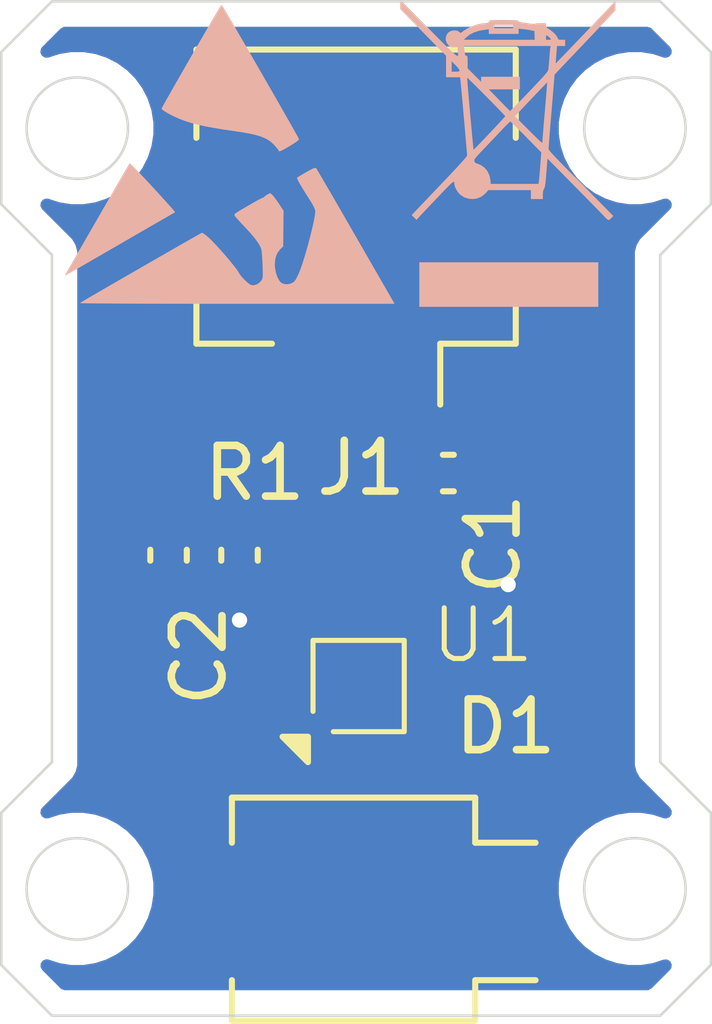
<source format=kicad_pcb>
(kicad_pcb (version 20241229) (generator "pcbnew") (generator_version "9.0")
  (layers (0 "F.Cu" signal) (2 "B.Cu" signal) (13 "F.Paste" user) (15 "B.Paste" user) (5 "F.SilkS" user "F.Silkscreen") (7 "B.SilkS" user "B.Silkscreen") (1 "F.Mask" user) (3 "B.Mask" user) (25 "Edge.Cuts" user))
  (net 0 "")
  (net 1 "GND")
  (net 2 "VCC")
  (net 3 "Net-(U1-AVDD)")
  (net 4 "Net-(D1-A)")
  (net 5 "Net-(D1-K)")
  (net 6 "Net-(U1-RBIAS)")
  (net 7 "DATE_D")
  (net 8 "DATE_E")
  (footprint "Capacitor_SMD:C_0402_1005Metric" (layer "F.Cu") (at 51.7 50.42 -90)
    (property "Reference" "R1" (at -1.62 -0.3 180) (layer "F.SilkS"))
    (property "Value" "15k" (hide yes))
    (fp_line (start -0.107836 0.36) (end 0.107836 0.36) (stroke (width 0.12)) (layer "F.SilkS"))
    (fp_line (start -0.107836 -0.36) (end 0.107836 -0.36) (stroke (width 0.12)) (layer "F.SilkS"))
    (pad "1" smd roundrect (at -0.48 0 270) (size 0.56 0.62) (layers "F.Cu" "F.Mask" "F.Paste") (net 6 "Net-(U1-RBIAS)"))
    (pad "2" smd roundrect (at 0.48 0 270) (size 0.56 0.62) (layers "F.Cu" "F.Mask" "F.Paste") (net 1 "GND"))
  )
  (footprint "OptoDevice:Osram_BPW34S-SMD" (layer "F.Cu") (at 53.95 57.4 180)
    (property "Reference" "D1" (at -3 3.6 0) (layer "F.SilkS"))
    (property "Value" "BPW34-SMD" (hide yes))
    (fp_line (start 2.4 2.2) (end 2.4 1.31) (stroke (width 0.12)) (layer "F.SilkS"))
    (fp_line (start 2.4 -1.4) (end 2.4 -2.2) (stroke (width 0.12)) (layer "F.SilkS"))
    (fp_line (start 2.4 -2.2) (end -2.4 -2.2) (stroke (width 0.12)) (layer "F.SilkS"))
    (fp_line (start -2.4 2.2) (end 2.4 2.2) (stroke (width 0.12)) (layer "F.SilkS"))
    (fp_line (start -2.4 1.31) (end -2.4 2.2) (stroke (width 0.12)) (layer "F.SilkS"))
    (fp_line (start -2.4 -2.2) (end -2.4 -1.4) (stroke (width 0.12)) (layer "F.SilkS"))
    (fp_line (start -2.41 -1.4) (end -3.59 -1.4) (stroke (width 0.12)) (layer "F.SilkS"))
    (fp_line (start -3.59 1.31) (end -2.4 1.31) (stroke (width 0.12)) (layer "F.SilkS"))
    (pad "1" smd roundrect (at -3.05 0) (size 1.4 2) (layers "F.Cu" "F.Mask") (roundrect_rratio 0.125) (net 5 "Net-(D1-K)"))
    (pad "2" smd roundrect (at 3.05 0) (size 1.4 1.2) (layers "F.Cu" "F.Mask") (roundrect_rratio 0.125) (net 4 "Net-(D1-A)"))
  )
  (footprint "Capacitor_SMD:C_0402_1005Metric" (layer "F.Cu") (at 50.3 50.42 90)
    (property "Reference" "C2" (at -1.98 0.6 90) (layer "F.SilkS"))
    (property "Value" "1uf" (hide yes))
    (fp_line (start -0.107836 -0.36) (end 0.107836 -0.36) (stroke (width 0.12)) (layer "F.SilkS"))
    (fp_line (start -0.107836 0.36) (end 0.107836 0.36) (stroke (width 0.12)) (layer "F.SilkS"))
    (pad "1" smd roundrect (at -0.48 0 90) (size 0.56 0.62) (layers "F.Cu" "F.Mask" "F.Paste") (net 3 "Net-(U1-AVDD)"))
    (pad "2" smd roundrect (at 0.48 0 90) (size 0.56 0.62) (layers "F.Cu" "F.Mask" "F.Paste") (net 1 "GND"))
  )
  (footprint "Capacitor_SMD:C_0402_1005Metric" (layer "F.Cu") (at 55.82 48.8)
    (property "Reference" "C1" (at 0.88 1.4 90) (layer "F.SilkS"))
    (property "Value" "100nf" (hide yes))
    (fp_line (start -0.107836 -0.36) (end 0.107836 -0.36) (stroke (width 0.12)) (layer "F.SilkS"))
    (fp_line (start -0.107836 0.36) (end 0.107836 0.36) (stroke (width 0.12)) (layer "F.SilkS"))
    (pad "1" smd roundrect (at -0.48 0) (size 0.56 0.62) (layers "F.Cu" "F.Mask" "F.Paste") (net 2 "VCC"))
    (pad "2" smd roundrect (at 0.48 0) (size 0.56 0.62) (layers "F.Cu" "F.Mask" "F.Paste") (net 1 "GND"))
  )
  (footprint "Package_CSP-USER:WLCSP-9_3x3_B1.66x1.66mm_P0.5mm" (layer "F.Cu") (at 54.05 53)
    (property "Reference" "U1" (at 2.45 -1 0) (layer "F.SilkS") (effects (font (thickness 0.1))))
    (property "Value" "~")
    (fp_line (start -0.9 -0.9) (end -0.9 0.5) (stroke (width 0.1)) (layer "F.SilkS"))
    (fp_line (start -0.5 0.9) (end 0.9 0.9) (stroke (width 0.1)) (layer "F.SilkS"))
    (fp_line (start 0.9 -0.9) (end -0.9 -0.9) (stroke (width 0.1)) (layer "F.SilkS"))
    (fp_line (start 0.9 0.9) (end 0.9 -0.9) (stroke (width 0.1)) (layer "F.SilkS"))
    (fp_poly (pts (xy -1 1) (xy -1 1.5) (xy -1.5 1) (xy -1 1)) (stroke (width 0.12)) (fill yes) (layer "F.SilkS"))
    (pad "1" smd circle (at -0.5 0.5) (size 0.2 0.2) (layers "F.Cu" "F.Paste") (net 3 "Net-(U1-AVDD)") (padstack (mode custom) (layer "B.Cu" (shape circle) (size 0.25 0.25))))
    (pad "2" smd circle (at 0 0.5) (size 0.2 0.2) (layers "F.Cu" "F.Paste") (net 4 "Net-(D1-A)") (padstack (mode custom) (layer "B.Cu" (shape circle) (size 0.25 0.25))))
    (pad "3" smd circle (at 0.5 0.5) (size 0.2 0.2) (layers "F.Cu" "F.Paste") (net 5 "Net-(D1-K)") (padstack (mode custom) (layer "B.Cu" (shape circle) (size 0.25 0.25))))
    (pad "4" smd circle (at -0.5 0) (size 0.2 0.2) (layers "F.Cu" "F.Paste") (net 6 "Net-(U1-RBIAS)") (padstack (mode custom) (layer "B.Cu" (shape circle) (size 0.25 0.25))))
    (pad "5" smd circle (at 0 0) (size 0.2 0.2) (layers "F.Cu" "F.Paste") (net 1 "GND") (padstack (mode custom) (layer "B.Cu" (shape circle) (size 0.25 0.25))))
    (pad "6" smd circle (at 0.5 0) (size 0.2 0.2) (layers "F.Cu" "F.Paste") (net 1 "GND") (padstack (mode custom) (layer "B.Cu" (shape circle) (size 0.25 0.25))))
    (pad "7" smd circle (at -0.5 -0.5) (size 0.2 0.2) (layers "F.Cu" "F.Paste") (net 8 "DATE_E") (padstack (mode custom) (layer "B.Cu" (shape circle) (size 0.25 0.25))))
    (pad "8" smd circle (at 0 -0.5) (size 0.2 0.2) (layers "F.Cu" "F.Paste") (net 7 "DATE_D") (padstack (mode custom) (layer "B.Cu" (shape circle) (size 0.25 0.25))))
    (pad "9" smd circle (at 0.5 -0.5) (size 0.2 0.2) (layers "F.Cu" "F.Paste") (net 2 "VCC") (padstack (mode custom) (layer "B.Cu" (shape circle) (size 0.25 0.25))))
  )
  (footprint "Connector_FFC-FPC:Hirose_FH12-6S-0.5SH_1x06-1MP_P0.50mm_Horizontal" (layer "F.Cu") (at 54 44.95 180)
    (property "Reference" "J1" (at -0.1 -3.75 0) (layer "F.SilkS"))
    (property "Value" "Conn_01x06_Socket" (hide yes))
    (fp_line (start 3.15 4.5) (end 3.15 2.76) (stroke (width 0.12)) (layer "F.SilkS"))
    (fp_line (start 3.15 -1.3) (end 3.15 0.04) (stroke (width 0.12)) (layer "F.SilkS"))
    (fp_line (start 1.66 -1.3) (end 3.15 -1.3) (stroke (width 0.12)) (layer "F.SilkS"))
    (fp_line (start -1.66 -1.3) (end -1.66 -2.5) (stroke (width 0.12)) (layer "F.SilkS"))
    (fp_line (start -1.66 -1.3) (end -3.15 -1.3) (stroke (width 0.12)) (layer "F.SilkS"))
    (fp_line (start -3.15 4.5) (end 3.15 4.5) (stroke (width 0.12)) (layer "F.SilkS"))
    (fp_line (start -3.15 2.76) (end -3.15 4.5) (stroke (width 0.12)) (layer "F.SilkS"))
    (fp_line (start -3.15 -1.3) (end -3.15 0.04) (stroke (width 0.12)) (layer "F.SilkS"))
    (pad "1" smd rect (at -1.25 -1.85 180) (size 0.3 1.3) (layers "F.Cu" "F.Mask" "F.Paste") (net 2 "VCC"))
    (pad "2" smd rect (at -0.75 -1.85 180) (size 0.3 1.3) (layers "F.Cu" "F.Mask" "F.Paste") (net 2 "VCC"))
    (pad "3" smd rect (at -0.25 -1.85 180) (size 0.3 1.3) (layers "F.Cu" "F.Mask" "F.Paste") (net 7 "DATE_D"))
    (pad "4" smd rect (at 0.25 -1.85 180) (size 0.3 1.3) (layers "F.Cu" "F.Mask" "F.Paste") (net 1 "GND"))
    (pad "5" smd rect (at 0.75 -1.85 180) (size 0.3 1.3) (layers "F.Cu" "F.Mask" "F.Paste") (net 8 "DATE_E"))
    (pad "6" smd rect (at 1.25 -1.85 180) (size 0.3 1.3) (layers "F.Cu" "F.Mask" "F.Paste") (net 1 "GND"))
    (pad "MP" smd rect (at -3.15 1.4 180) (size 1.8 2.2) (layers "F.Cu" "F.Mask" "F.Paste"))
    (pad "MP" smd rect (at 3.15 1.4 180) (size 1.8 2.2) (layers "F.Cu" "F.Mask" "F.Paste"))
  )
  (footprint "Symbol:ESD-Logo_6.6x6mm_SilkScreen" (layer "B.Cu") (at 51.5 42.5 180)
    (property "Reference" "REF**" (hide yes))
    (property "Value" "ESD-Logo_6.6x6mm_SilkScreen" (hide yes))
    (fp_poly (pts (xy 1.987528 -0.234619) (xy 1.998908 -0.253693) (xy 2.024488 -0.297421) (xy 2.063002 -0.363619) (xy 2.113186 -0.450102) (xy 2.173775 -0.554685) (xy 2.243503 -0.675183) (xy 2.321107 -0.809412) (xy 2.40532 -0.955187) (xy 2.494879 -1.110323) (xy 2.586998 -1.27) (xy 2.681076 -1.433117) (xy 2.771402 -1.589709) (xy 2.856665 -1.737506) (xy 2.935557 -1.87424) (xy 3.006769 -1.997642) (xy 3.068991 -2.105444) (xy 3.120913 -2.195377) (xy 3.161228 -2.265173) (xy 3.188624 -2.312564) (xy 3.201507 -2.334786) (xy 3.222507 -2.37233) (xy 3.233925 -2.395831) (xy 3.234551 -2.39992) (xy 3.220636 -2.392242) (xy 3.181941 -2.370203) (xy 3.120487 -2.334971) (xy 3.038298 -2.287711) (xy 2.937396 -2.229589) (xy 2.819805 -2.161771) (xy 2.687546 -2.085424) (xy 2.542642 -2.001714) (xy 2.387117 -1.911806) (xy 2.222992 -1.816867) (xy 2.160549 -1.780732) (xy 1.993487 -1.684083) (xy 1.834074 -1.591938) (xy 1.684355 -1.505475) (xy 1.546376 -1.425871) (xy 1.422185 -1.354305) (xy 1.313827 -1.291955) (xy 1.223348 -1.239998) (xy 1.152796 -1.199613) (xy 1.104215 -1.171978) (xy 1.079654 -1.158272) (xy 1.077085 -1.156974) (xy 1.084569 -1.14522) (xy 1.110614 -1.113795) (xy 1.152559 -1.065594) (xy 1.207746 -1.00351) (xy 1.273517 -0.930439) (xy 1.347212 -0.849276) (xy 1.426173 -0.762916) (xy 1.50774 -0.674253) (xy 1.589254 -0.586182) (xy 1.668057 -0.501599) (xy 1.74149 -0.423397) (xy 1.806893 -0.354472) (xy 1.861608 -0.297719) (xy 1.902977 -0.256032) (xy 1.917164 -0.242363) (xy 1.96418 -0.198201) (xy 1.987528 -0.234619)) (stroke (width 0.01)) (fill yes) (layer "B.SilkS"))
    (fp_poly (pts (xy 0.164043 2.914165) (xy 0.187065 2.876755) (xy 0.222534 2.817486) (xy 0.268996 2.738882) (xy 0.324996 2.643462) (xy 0.389081 2.53375) (xy 0.459796 2.412266) (xy 0.535687 2.281532) (xy 0.615299 2.14407) (xy 0.697178 2.002402) (xy 0.77987 1.859049) (xy 0.861921 1.716533) (xy 0.941876 1.577376) (xy 1.018281 1.444099) (xy 1.089682 1.319224) (xy 1.154624 1.205273) (xy 1.211653 1.104767) (xy 1.259315 1.020228) (xy 1.296155 0.954178) (xy 1.32072 0.909138) (xy 1.331554 0.88763) (xy 1.331951 0.886286) (xy 1.318501 0.868035) (xy 1.281114 0.840118) (xy 1.224235 0.805275) (xy 1.152312 0.766246) (xy 1.077015 0.729157) (xy 0.97456 0.684183) (xy 0.866817 0.643774) (xy 0.750073 0.607031) (xy 0.620618 0.573058) (xy 0.47474 0.540956) (xy 0.308726 0.509827) (xy 0.118866 0.478773) (xy -0.077531 0.449855) (xy -0.248166 0.4242) (xy -0.391455 0.398802) (xy -0.510992 0.372398) (xy -0.61037 0.343727) (xy -0.693182 0.311527) (xy -0.763022 0.274535) (xy -0.823482 0.231488) (xy -0.878155 0.181125) (xy -0.895786 0.162417) (xy -0.934 0.118861) (xy -0.962268 0.083318) (xy -0.975382 0.062417) (xy -0.975732 0.060703) (xy -0.98032 0.050194) (xy -0.996242 0.050076) (xy -1.026734 0.061746) (xy -1.075032 0.086604) (xy -1.144373 0.126048) (xy -1.192561 0.154413) (xy -1.264417 0.198753) (xy -1.320258 0.236721) (xy -1.356333 0.265584) (xy -1.368887 0.282612) (xy -1.368879 0.282736) (xy -1.361094 0.298963) (xy -1.339108 0.3396) (xy -1.304197 0.402433) (xy -1.257637 0.485248) (xy -1.200705 0.585828) (xy -1.134677 0.70196) (xy -1.060828 0.831429) (xy -0.980436 0.97202) (xy -0.894776 1.121518) (xy -0.805124 1.277708) (xy -0.712757 1.438376) (xy -0.618951 1.601307) (xy -0.524982 1.764287) (xy -0.432126 1.9251) (xy -0.34166 2.081532) (xy -0.254859 2.231367) (xy -0.173 2.372392) (xy -0.097359 2.502391) (xy -0.029213 2.619151) (xy 0.030163 2.720455) (xy 0.079493 2.804089) (xy 0.1175 2.867838) (xy 0.142907 2.909489) (xy 0.15444 2.926825) (xy 0.154923 2.927195) (xy 0.164043 2.914165)) (stroke (width 0.01)) (fill yes) (layer "B.SilkS"))
    (fp_poly (pts (xy -1.677906 -0.291158) (xy -1.645381 -0.303736) (xy -1.595807 -0.328712) (xy -1.524626 -0.367876) (xy -1.519084 -0.370988) (xy -1.453526 -0.408476) (xy -1.398202 -0.441319) (xy -1.358545 -0.466205) (xy -1.339988 -0.47982) (xy -1.339469 -0.480487) (xy -1.343952 -0.49939) (xy -1.364514 -0.541605) (xy -1.399817 -0.604832) (xy -1.44852 -0.686772) (xy -1.509282 -0.785122) (xy -1.580764 -0.897585) (xy -1.598555 -0.925165) (xy -1.644907 -1.001699) (xy -1.678658 -1.067556) (xy -1.696847 -1.116782) (xy -1.698714 -1.126507) (xy -1.697885 -1.169312) (xy -1.688606 -1.237209) (xy -1.672032 -1.325843) (xy -1.64932 -1.430859) (xy -1.621627 -1.547902) (xy -1.59011 -1.672616) (xy -1.555925 -1.800645) (xy -1.520229 -1.927634) (xy -1.484179 -2.049228) (xy -1.448932 -2.161072) (xy -1.415644 -2.25881) (xy -1.385472 -2.338087) (xy -1.364439 -2.385122) (xy -1.339663 -2.435225) (xy -1.31627 -2.483168) (xy -1.315003 -2.485793) (xy -1.276301 -2.53422) (xy -1.219816 -2.566828) (xy -1.154061 -2.582454) (xy -1.087549 -2.579937) (xy -1.028795 -2.558114) (xy -0.995742 -2.529382) (xy -0.948141 -2.450583) (xy -0.913261 -2.352378) (xy -0.894123 -2.244779) (xy -0.891412 -2.18378) (xy -0.90233 -2.069935) (xy -0.934376 -1.97566) (xy -0.989274 -1.896379) (xy -1.006393 -1.878733) (xy -1.057339 -1.829235) (xy -1.060837 -1.479362) (xy -1.064336 -1.129489) (xy -0.975182 -0.994531) (xy -0.933346 -0.933445) (xy -0.893055 -0.878493) (xy -0.860057 -0.837336) (xy -0.845874 -0.822192) (xy -0.805719 -0.78481) (xy -0.751335 -0.814098) (xy -0.716961 -0.835084) (xy -0.698154 -0.851378) (xy -0.696951 -0.854307) (xy -0.684097 -0.866728) (xy -0.662104 -0.875977) (xy -0.64085 -0.884313) (xy -0.608306 -0.900149) (xy -0.561678 -0.925033) (xy -0.498171 -0.960509) (xy -0.414992 -1.008123) (xy -0.309347 -1.069422) (xy -0.251938 -1.102932) (xy -0.184406 -1.143071) (xy -0.140115 -1.171659) (xy -0.115145 -1.192039) (xy -0.105577 -1.207553) (xy -0.107492 -1.221546) (xy -0.109089 -1.224796) (xy -0.124624 -1.245266) (xy -0.157864 -1.283665) (xy -0.204938 -1.335696) (xy -0.261972 -1.397066) (xy -0.3113 -1.44909) (xy -0.42497 -1.572567) (xy -0.513895 -1.679591) (xy -0.578866 -1.77124) (xy -0.620679 -1.848588) (xy -0.634783 -1.887866) (xy -0.640608 -1.922249) (xy -0.646625 -1.980899) (xy -0.652304 -2.057117) (xy -0.657116 -2.144202) (xy -0.659381 -2.199268) (xy -0.662541 -2.294464) (xy -0.663931 -2.364062) (xy -0.663142 -2.413409) (xy -0.659765 -2.447854) (xy -0.653392 -2.472743) (xy -0.643613 -2.493425) (xy -0.635933 -2.506053) (xy -0.591579 -2.554726) (xy -0.534426 -2.588645) (xy -0.474292 -2.603438) (xy -0.429227 -2.598086) (xy -0.388424 -2.57493) (xy -0.337276 -2.533462) (xy -0.282958 -2.480912) (xy -0.232643 -2.424516) (xy -0.193506 -2.371505) (xy -0.179095 -2.345889) (xy -0.157509 -2.310814) (xy -0.118247 -2.257389) (xy -0.064898 -2.189789) (xy -0.001048 -2.11219) (xy 0.069715 -2.028768) (xy 0.143804 -1.943698) (xy 0.217632 -1.861155) (xy 0.287611 -1.785316) (xy 0.350155 -1.720356) (xy 0.39926 -1.672669) (xy 0.453779 -1.625032) (xy 0.499642 -1.589908) (xy 0.531811 -1.570949) (xy 0.542489 -1.568864) (xy 0.558853 -1.577274) (xy 0.599671 -1.599846) (xy 0.662586 -1.635224) (xy 0.745244 -1.682054) (xy 0.845289 -1.738981) (xy 0.960366 -1.804649) (xy 1.088119 -1.877703) (xy 1.226194 -1.956788) (xy 1.372234 -2.040548) (xy 1.523884 -2.127629) (xy 1.67879 -2.216676) (xy 1.834595 -2.306332) (xy 1.988944 -2.395243) (xy 2.139482 -2.482054) (xy 2.283854 -2.565409) (xy 2.419704 -2.643954) (xy 2.544677 -2.716333) (xy 2.656417 -2.78119) (xy 2.75257 -2.837171) (xy 2.830779 -2.88292) (xy 2.888689 -2.917083) (xy 2.923946 -2.938304) (xy 2.934165 -2.944963) (xy 2.920402 -2.94628) (xy 2.877104 -2.947559) (xy 2.805714 -2.948796) (xy 2.707673 -2.949983) (xy 2.584422 -2.951115) (xy 2.437403 -2.952186) (xy 2.268057 -2.953189) (xy 2.077826 -2.954119) (xy 1.868151 -2.954968) (xy 1.640473 -2.955732) (xy 1.396235 -2.956403) (xy 1.136877 -2.956976) (xy 0.863841 -2.957444) (xy 0.578568 -2.957802) (xy 0.2825 -2.958042) (xy -0.022921 -2.958159) (xy -0.151076 -2.958171) (xy -3.25103 -2.958171) (xy -3.029947 -2.574847) (xy -2.983144 -2.49368) (xy -2.922898 -2.389166) (xy -2.851222 -2.264801) (xy -2.770131 -2.124082) (xy -2.681638 -1.970503) (xy -2.58776 -1.807562) (xy -2.490509 -1.638754) (xy -2.3919 -1.467575) (xy -2.293947 -1.297521) (xy -2.269175 -1.254512) (xy -2.178848 -1.097857) (xy -2.092711 -0.948803) (xy -2.012058 -0.809568) (xy -1.938184 -0.682371) (xy -1.872383 -0.569432) (xy -1.81595 -0.472968) (xy -1.770179 -0.3952) (xy -1.736365 -0.338346) (xy -1.715802 -0.304625) (xy -1.710047 -0.29604) (xy -1.697942 -0.289189) (xy -1.677906 -0.291158)) (stroke (width 0.01)) (fill yes) (layer "B.SilkS"))
  )
  (footprint "Symbol:WEEE-Logo_4.2x6mm_SilkScreen" (layer "B.Cu") (at 57 42.5 180)
    (property "Reference" "REF**" (hide yes))
    (property "Value" "WEEE-Logo_4.2x6mm_SilkScreen" (hide yes))
    (fp_poly (pts (xy 1.747822 -3.017822) (xy -1.772971 -3.017822) (xy -1.772971 -2.150198) (xy 1.747822 -2.150198) (xy 1.747822 -3.017822)) (stroke (width 0.01)) (fill yes) (layer "B.SilkS"))
    (fp_poly (pts (xy 2.12443 2.935152) (xy 2.123811 2.848069) (xy 1.672086 2.389109) (xy 1.220361 1.930148) (xy 1.220032 1.719529) (xy 1.219703 1.508911) (xy 0.94461 1.508911) (xy 0.937522 1.45547) (xy 0.934838 1.431112) (xy 0.930313 1.385241) (xy 0.924191 1.320595) (xy 0.916712 1.239909) (xy 0.908119 1.145919) (xy 0.898654 1.041363) (xy 0.888558 0.928975) (xy 0.878074 0.811493) (xy 0.867444 0.691652) (xy 0.856909 0.572189) (xy 0.846713 0.455841) (xy 0.837095 0.345343) (xy 0.8283 0.243431) (xy 0.820568 0.152842) (xy 0.814142 0.076313) (xy 0.809263 0.016579) (xy 0.806175 -0.023624) (xy 0.805117 -0.041559) (xy 0.805118 -0.041644) (xy 0.812827 -0.056035) (xy 0.835981 -0.085748) (xy 0.874895 -0.131131) (xy 0.929884 -0.192529) (xy 1.001264 -0.270288) (xy 1.089349 -0.364754) (xy 1.194454 -0.476272) (xy 1.316895 -0.605188) (xy 1.35131 -0.641287) (xy 1.897137 -1.213416) (xy 1.808881 -1.301436) (xy 1.737485 -1.223758) (xy 1.711366 -1.195686) (xy 1.670566 -1.152274) (xy 1.617777 -1.096366) (xy 1.555691 -1.030808) (xy 1.487 -0.958441) (xy 1.414396 -0.882112) (xy 1.37096 -0.836524) (xy 1.289416 -0.751119) (xy 1.223504 -0.68271) (xy 1.171544 -0.630053) (xy 1.131855 -0.591905) (xy 1.102757 -0.56702) (xy 1.082569 -0.554156) (xy 1.06961 -0.552068) (xy 1.0622 -0.559513) (xy 1.058658 -0.575246) (xy 1.057303 -0.598023) (xy 1.057121 -0.604239) (xy 1.047703 -0.647061) (xy 1.024497 -0.698819) (xy 0.992136 -0.751328) (xy 0.955252 -0.796403) (xy 0.940493 -0.810328) (xy 0.864767 -0.859047) (xy 0.776308 -0.886306) (xy 0.6981 -0.892773) (xy 0.609468 -0.880576) (xy 0.527612 -0.844813) (xy 0.455164 -0.786722) (xy 0.441797 -0.772262) (xy 0.392918 -0.716733) (xy -0.452674 -0.716733) (xy -0.452674 -0.892773) (xy -0.67901 -0.892773) (xy -0.67901 -0.810531) (xy -0.68185 -0.754386) (xy -0.691393 -0.715416) (xy -0.702991 -0.694219) (xy -0.711277 -0.679052) (xy -0.718373 -0.657062) (xy -0.724748 -0.624987) (xy -0.730872 -0.579569) (xy -0.737216 -0.517548) (xy -0.74425 -0.435662) (xy -0.749066 -0.374746) (xy -0.771161 -0.089343) (xy -1.313565 -0.638805) (xy -1.411637 -0.738228) (xy -1.505784 -0.833815) (xy -1.594285 -0.92381) (xy -1.67542 -1.006457) (xy -1.747469 -1.080001) (xy -1.808712 -1.142684) (xy -1.857427 -1.192752) (xy -1.891896 -1.228448) (xy -1.910379 -1.247995) (xy -1.940743 -1.278944) (xy -1.966071 -1.30053) (xy -1.979695 -1.307723) (xy -1.997095 -1.299297) (xy -2.02246 -1.278245) (xy -2.031058 -1.269671) (xy -2.067514 -1.23162) (xy -1.866802 -1.027658) (xy -1.815596 -0.975699) (xy -1.749569 -0.90882) (xy -1.671618 -0.82995) (xy -1.584638 -0.742014) (xy -1.491526 -0.647941) (xy -1.395179 -0.550658) (xy -1.298492 -0.453093) (xy -1.229134 -0.383145) (xy -1.123703 -0.27655) (xy -1.035129 -0.186307) (xy -0.962281 -0.111192) (xy -0.904023 -0.049986) (xy -0.859225 -0.001466) (xy -0.837021 0.023871) (xy -0.658724 0.023871) (xy -0.636401 -0.261555) (xy -0.629669 -0.345219) (xy -0.623157 -0.421727) (xy -0.617234 -0.487081) (xy -0.612268 -0.537281) (xy -0.608629 -0.568329) (xy -0.607458 -0.575273) (xy -0.600838 -0.603565) (xy 0.348636 -0.603565) (xy 0.354974 -0.524606) (xy 0.37411 -0.431315) (xy 0.414154 -0.348791) (xy 0.472582 -0.280038) (xy 0.546871 -0.228063) (xy 0.630252 -0.196863) (xy 0.657302 -0.182228) (xy 0.670844 -0.150819) (xy 0.671128 -0.149434) (xy 0.672753 -0.136174) (xy 0.670744 -0.122595) (xy 0.663142 -0.106181) (xy 0.647984 -0.084411) (xy 0.623312 -0.054767) (xy 0.587164 -0.014732) (xy 0.53758 0.038215) (xy 0.472599 0.106591) (xy 0.468401 0.110995) (xy 0.398507 0.184389) (xy 0.3242 0.262563) (xy 0.250586 0.340136) (xy 0.182771 0.411725) (xy 0.12586 0.471949) (xy 0.113168 0.485413) (xy 0.064513 0.53618) (xy 0.021291 0.579625) (xy -0.013395 0.612759) (xy -0.036444 0.632595) (xy -0.044182 0.636954) (xy -0.055722 0.62783) (xy -0.08271 0.6028) (xy -0.123021 0.563948) (xy -0.174529 0.513357) (xy -0.235109 0.453112) (xy -0.302636 0.385296) (xy -0.357826 0.329435) (xy -0.658724 0.023871) (xy -0.837021 0.023871) (xy -0.826751 0.035589) (xy -0.805471 0.062401) (xy -0.794251 0.080192) (xy -0.791754 0.08843) (xy -0.7927 0.10641) (xy -0.795573 0.147108) (xy -0.800187 0.208181) (xy -0.806358 0.287287) (xy -0.813898 0.382086) (xy -0.822621 0.490233) (xy -0.832343 0.609388) (xy -0.842876 0.737209) (xy -0.851365 0.839365) (xy -0.899396 1.415326) (xy -0.775805 1.415326) (xy -0.775273 1.402896) (xy -0.772769 1.36789) (xy -0.768496 1.312785) (xy -0.762653 1.240057) (xy -0.755443 1.152186) (xy -0.747066 1.051649) (xy -0.737723 0.940923) (xy -0.728758 0.835795) (xy -0.718602 0.716517) (xy -0.709142 0.60392) (xy -0.700596 0.500695) (xy -0.693179 0.409527) (xy -0.687108 0.333105) (xy -0.682601 0.274117) (xy -0.679873 0.235251) (xy -0.679116 0.220156) (xy -0.677935 0.210762) (xy -0.673256 0.207034) (xy -0.663276 0.210529) (xy -0.64619 0.222801) (xy -0.620196 0.245406) (xy -0.58349 0.2799) (xy -0.534267 0.327838) (xy -0.470726 0.390776) (xy -0.403305 0.458032) (xy -0.127601 0.733523) (xy -0.129533 0.735594) (xy 0.05271 0.735594) (xy 0.061016 0.72422) (xy 0.084267 0.697437) (xy 0.120135 0.657708) (xy 0.166287 0.607493) (xy 0.220394 0.549254) (xy 0.280126 0.485453) (xy 0.343152 0.418551) (xy 0.407142 0.35101) (xy 0.469764 0.28529) (xy 0.52869 0.223854) (xy 0.581588 0.169163) (xy 0.626128 0.123678) (xy 0.65998 0.089862) (xy 0.680812 0.070174) (xy 0.686494 0.066163) (xy 0.688366 0.079109) (xy 0.692254 0.114866) (xy 0.697943 0.171196) (xy 0.705219 0.24586) (xy 0.713869 0.33662) (xy 0.723678 0.441238) (xy 0.734434 0.557474) (xy 0.745921 0.683092) (xy 0.755093 0.784382) (xy 0.766826 0.915721) (xy 0.777665 1.039448) (xy 0.78743 1.153319) (xy 0.795937 1.255089) (xy 0.803005 1.342513) (xy 0.808451 1.413347) (xy 0.812092 1.465347) (xy 0.813747 1.496268) (xy 0.813558 1.504297) (xy 0.803666 1.497146) (xy 0.778476 1.474159) (xy 0.74019 1.437561) (xy 0.691011 1.389578) (xy 0.633139 1.332434) (xy 0.568778 1.268353) (xy 0.500129 1.199562) (xy 0.429395 1.128284) (xy 0.358778 1.056745) (xy 0.29048 0.98717) (xy 0.226704 0.921783) (xy 0.16965 0.862809) (xy 0.121522 0.812473) (xy 0.084522 0.773001) (xy 0.060852 0.746617) (xy 0.05271 0.735594) (xy -0.129533 0.735594) (xy -0.230409 0.843705) (xy -0.282768 0.899623) (xy -0.341535 0.962052) (xy -0.404385 1.028557) (xy -0.468995 1.096702) (xy -0.533042 1.164052) (xy -0.594203 1.228172) (xy -0.650153 1.286628) (xy -0.69857 1.336982) (xy -0.73713 1.376802) (xy -0.763509 1.40365) (xy -0.775384 1.415092) (xy -0.775805 1.415326) (xy -0.899396 1.415326) (xy -0.911401 1.559274) (xy -1.511938 2.190842) (xy -2.112475 2.822411) (xy -2.112034 2.910685) (xy -2.111592 2.99896) (xy -2.014583 2.895334) (xy -1.960291 2.837537) (xy -1.896192 2.769632) (xy -1.824016 2.693428) (xy -1.745492 2.610731) (xy -1.662349 2.523347) (xy -1.576319 2.433085) (xy -1.48913 2.34175) (xy -1.402513 2.251151) (xy -1.318197 2.163093) (xy -1.237912 2.079385) (xy -1.163387 2.001833) (xy -1.096354 1.932243) (xy -1.038541 1.872424) (xy -0.991679 1.824182) (xy -0.957496 1.789324) (xy -0.937724 1.769657) (xy -0.93339 1.765884) (xy -0.933092 1.779008) (xy -0.934731 1.812611) (xy -0.938023 1.86212) (xy -0.942682 1.922963) (xy -0.944682 1.947268) (xy -0.959577 2.125049) (xy -0.842955 2.125049) (xy -0.836934 2.096757) (xy -0.833863 2.074382) (xy -0.829548 2.032283) (xy -0.824488 1.975822) (xy -0.819181 1.910365) (xy -0.817344 1.886138) (xy -0.811927 1.816579) (xy -0.806459 1.751982) (xy -0.801488 1.698452) (xy -0.797561 1.66209) (xy -0.796675 1.655491) (xy -0.793334 1.641944) (xy -0.786101 1.626086) (xy -0.77344 1.606139) (xy -0.753811 1.580327) (xy -0.725678 1.546871) (xy -0.687502 1.503993) (xy -0.637746 1.449917) (xy -0.574871 1.382864) (xy -0.497341 1.301057) (xy -0.418251 1.21805) (xy -0.339564 1.135906) (xy -0.266112 1.059831) (xy -0.199724 0.991675) (xy -0.142227 0.933288) (xy -0.095451 0.886519) (xy -0.061224 0.853218) (xy -0.041373 0.835233) (xy -0.03714 0.832558) (xy -0.026003 0.842259) (xy 0.000029 0.867559) (xy 0.03843 0.905918) (xy 0.086672 0.9548) (xy 0.14223 1.011666) (xy 0.182408 1.053094) (xy 0.392169 1.27) (xy -0.226337 1.27) (xy -0.226337 1.508911) (xy 0.528119 1.508911) (xy 0.528119 1.402458) (xy 0.666435 1.540346) (xy 0.764553 1.63816) (xy 0.955643 1.63816) (xy 0.957471 1.62273) (xy 0.966723 1.614133) (xy 0.98905 1.610387) (xy 1.030105 1.609511) (xy 1.037376 1.609505) (xy 1.119109 1.609505) (xy 1.119109 1.828828) (xy 1.037376 1.747821) (xy 0.99127 1.698572) (xy 0.963694 1.660841) (xy 0.955643 1.63816) (xy 0.764553 1.63816) (xy 0.804752 1.678234) (xy 0.804752 1.801048) (xy 0.805137 1.85755) (xy 0.8069 1.893495) (xy 0.81095 1.91347) (xy 0.818199 1.922063) (xy 0.82913 1.923861) (xy 0.841288 1.926502) (xy 0.850273 1.937088) (xy 0.857174 1.959619) (xy 0.863076 1.998091) (xy 0.869065 2.056502) (xy 0.870987 2.077896) (xy 0.875148 2.125049) (xy -0.842955 2.125049) (xy -0.959577 2.125049) (xy -1.119109 2.125049) (xy -1.119109 2.238218) (xy -1.051314 2.238218) (xy -1.011662 2.239304) (xy -0.990116 2.244546) (xy -0.98748 2.247666) (xy -0.848616 2.247666) (xy -0.841308 2.240538) (xy -0.815993 2.238338) (xy -0.798908 2.238218) (xy -0.741881 2.238218) (xy -0.529221 2.238218) (xy 0.885302 2.238218) (xy 0.837458 2.287214) (xy 0.76315 2.347676) (xy 0.671184 2.394309) (xy 0.560002 2.427751) (xy 0.449529 2.446247) (xy 0.377227 2.454878) (xy 0.377227 2.36396) (xy -0.201188 2.36396) (xy -0.201188 2.467107) (xy -0.286065 2.458504) (xy -0.345368 2.451244) (xy -0.408551 2.441621) (xy -0.446386 2.434748) (xy -0.521832 2.419593) (xy -0.525526 2.328905) (xy -0.529221 2.238218) (xy -0.741881 2.238218) (xy -0.741881 2.288515) (xy -0.743544 2.320024) (xy -0.747697 2.337537) (xy -0.749371 2.338812) (xy -0.767987 2.330746) (xy -0.795183 2.31118) (xy -0.822448 2.287056) (xy -0.841267 2.265318) (xy -0.842943 2.262492) (xy -0.848616 2.247666) (xy -0.98748 2.247666) (xy -0.979662 2.256919) (xy -0.975442 2.270396) (xy -0.958219 2.305373) (xy -0.925138 2.347421) (xy -0.881893 2.390644) (xy -0.834174 2.429146) (xy -0.80283 2.449199) (xy -0.767123 2.471149) (xy -0.748819 2.489589) (xy -0.742388 2.511332) (xy -0.741894 2.524282) (xy -0.741894 2.527425) (xy -0.100594 2.527425) (xy -0.100594 2.464554) (xy 0.276633 2.464554) (xy 0.276633 2.527425) (xy -0.100594 2.527425) (xy -0.741894 2.527425) (xy -0.741881 2.565148) (xy -0.636048 2.565148) (xy -0.587355 2.563971) (xy -0.549405 2.560835) (xy -0.528308 2.556329) (xy -0.526023 2.554505) (xy -0.512641 2.551705) (xy -0.480074 2.552852) (xy -0.433916 2.557607) (xy -0.402376 2.561997) (xy -0.345188 2.570622) (xy -0.292886 2.578409) (xy -0.253582 2.584153) (xy -0.242055 2.585785) (xy -0.211937 2.595112) (xy -0.201188 2.609728) (xy -0.19792 2.61568) (xy -0.18623 2.620222) (xy -0.163288 2.62353) (xy -0.126265 2.625785) (xy -0.072332 2.627166) (xy 0.00134 2.62785) (xy 0.08802 2.62802) (xy 0.180529 2.627923) (xy 0.250906 2.62747) (xy 0.302164 2.62641) (xy 0.33732 2.624497) (xy 0.359389 2.621481) (xy 0.371385 2.617115) (xy 0.376324 2.611151) (xy 0.377227 2.604216) (xy 0.384921 2.582205) (xy 0.410121 2.569679) (xy 0.456009 2.565212) (xy 0.464264 2.565148) (xy 0.541973 2.557132) (xy 0.630233 2.535064) (xy 0.721085 2.501916) (xy 0.80657 2.460661) (xy 0.878726 2.414269) (xy 0.888072 2.406918) (xy 0.918533 2.383002) (xy 0.936572 2.373424) (xy 0.949169 2.37652) (xy 0.9621 2.389296) (xy 1.000293 2.414322) (xy 1.049998 2.423929) (xy 1.103524 2.418933) (xy 1.153178 2.400149) (xy 1.191267 2.368394) (xy 1.194025 2.364703) (xy 1.222526 2.305425) (xy 1.227828 2.244066) (xy 1.210518 2.185573) (xy 1.17118 2.134896) (xy 1.16637 2.130711) (xy 1.13844 2.110833) (xy 1.110102 2.102079) (xy 1.070263 2.101447) (xy 1.060311 2.102008) (xy 1.021332 2.103438) (xy 1.001254 2.100161) (xy 0.993985 2.090272) (xy 0.99324 2.081039) (xy 0.991716 2.054256) (xy 0.987935 2.013975) (xy 0.985218 1.989876) (xy 0.981277 1.951599) (xy 0.982916 1.932004) (xy 0.992421 1.924842) (xy 1.009351 1.923861) (xy 1.019392 1.927099) (xy 1.03559 1.93758) (xy 1.059145 1.956452) (xy 1.091257 1.984865) (xy 1.133128 2.023965) (xy 1.185957 2.074903) (xy 1.250945 2.138827) (xy 1.329291 2.216886) (xy 1.422197 2.310228) (xy 1.530863 2.420002) (xy 1.583231 2.473048) (xy 2.125049 3.022233) (xy 2.12443 2.935152)) (stroke (width 0.01)) (fill yes) (layer "B.SilkS"))
  )
  (gr_line (start 54.6 52.2) (end 54.6 52.5) (stroke (width 0.2)) (layer "F.Cu") (net 2))
  (gr_line (start 54.7 52) (end 54.6 52.2) (stroke (width 0.2)) (layer "F.Cu") (net 2))
  (gr_line (start 54.7 46.8) (end 55.2 46.8) (stroke (width 0.2)) (layer "F.Cu") (net 2))
  (gr_line (start 54.7 47.4) (end 54.7 52) (stroke (width 0.2)) (layer "F.Cu") (net 2))
  (gr_line (start 55.2 47.4) (end 55.2 48.7) (stroke (width 0.2)) (layer "F.Cu") (net 2))
  (gr_circle (center 48.5 42) (end 47.5 42) (stroke (width 0.05)) (fill no) (layer "Edge.Cuts"))
  (gr_poly (pts (xy 48 44.5) (xy 47 43.5) (xy 47 40.5) (xy 48 39.5) (xy 60 39.5) (xy 61 40.5) (xy 61 43.5) (xy 60 44.5) (xy 60 54.5) (xy 61 55.5) (xy 61 58.5) (xy 60 59.5) (xy 48 59.5) (xy 47 58.5) (xy 47 55.5) (xy 48 54.5)) (stroke (width 0.05)) (fill no) (layer "Edge.Cuts"))
  (gr_circle (center 59.5 42) (end 60.5 42) (stroke (width 0.05)) (fill no) (layer "Edge.Cuts"))
  (gr_circle (center 48.5 57) (end 49.5 57) (stroke (width 0.05)) (fill no) (layer "Edge.Cuts"))
  (gr_circle (center 59.5 57) (end 60.5 57) (stroke (width 0.05)) (fill no) (layer "Edge.Cuts"))
  (segment (start 55.4 49.6) (end 56 49.6) (width 0.08) (layer "F.Cu") (net 1))
  (segment (start 50.3 49.94) (end 50.84 49.94) (width 0.08) (layer "F.Cu") (net 1))
  (segment (start 53.75 45.75) (end 53.75 46.8) (width 0.08) (layer "F.Cu") (net 1))
  (segment (start 56.3 49.3) (end 57 50) (width 0.08) (layer "F.Cu") (net 1))
  (segment (start 52.75 46.8) (end 52.75 45.75) (width 0.08) (layer "F.Cu") (net 1))
  (segment (start 51 50.1) (end 51 50.8) (width 0.08) (layer "F.Cu") (net 1))
  (segment (start 50.84 49.94) (end 51 50.1) (width 0.08) (layer "F.Cu") (net 1))
  (segment (start 52.75 45.75) (end 53 45.5) (width 0.08) (layer "F.Cu") (net 1))
  (segment (start 51 50.8) (end 51.1 50.9) (width 0.08) (layer "F.Cu") (net 1))
  (segment (start 53.5 45.5) (end 53.55 45.55) (width 0.08) (layer "F.Cu") (net 1))
  (segment (start 56.3 48.8) (end 56.3 49.3) (width 0.08) (layer "F.Cu") (net 1))
  (segment (start 55.4 52.5) (end 55.4 49.6) (width 0.08) (layer "F.Cu") (net 1))
  (segment (start 54.55 53) (end 54.9 53) (width 0.08) (layer "F.Cu") (net 1))
  (segment (start 51.1 50.9) (end 51.7 50.9) (width 0.08) (layer "F.Cu") (net 1))
  (segment (start 55.6 45.5) (end 55.8 45.7) (width 0.08) (layer "F.Cu") (net 1))
  (segment (start 53.55 45.55) (end 53.75 45.75) (width 0.08) (layer "F.Cu") (net 1))
  (segment (start 55.8 45.7) (end 55.8 47.8) (width 0.08) (layer "F.Cu") (net 1))
  (segment (start 53.4 45.5) (end 55.6 45.5) (width 0.08) (layer "F.Cu") (net 1))
  (segment (start 54.05 53) (end 54.55 53) (width 0.08) (layer "F.Cu") (net 1))
  (segment (start 56 49.6) (end 56.3 49.3) (width 0.08) (layer "F.Cu") (net 1))
  (segment (start 55.8 47.8) (end 56.3 48.3) (width 0.08) (layer "F.Cu") (net 1))
  (segment (start 51.7 50.9) (end 51.7 51.7) (width 0.08) (layer "F.Cu") (net 1))
  (segment (start 57 50) (end 57 51) (width 0.08) (layer "F.Cu") (net 1))
  (segment (start 54.9 53) (end 55.4 52.5) (width 0.08) (layer "F.Cu") (net 1))
  (segment (start 56.5 49) (end 56.3 48.8) (width 0.08) (layer "F.Cu") (net 1))
  (segment (start 53 45.5) (end 53.4 45.5) (width 0.08) (layer "F.Cu") (net 1))
  (segment (start 56.3 48.3) (end 56.3 48.8) (width 0.08) (layer "F.Cu") (net 1))
  (segment (start 53.4 45.5) (end 53.5 45.5) (width 0.08) (layer "F.Cu") (net 1))
  (via (at 57 51) (size 0.6) (drill 0.3) (layers "F.Cu" "B.Cu") (net 1))
  (via (at 51.7 51.7) (size 0.6) (drill 0.3) (layers "F.Cu" "B.Cu") (net 1))
  (segment (start 55 53) (end 57 51) (width 0.08) (layer "B.Cu") (net 1))
  (segment (start 54.05 53) (end 55 53) (width 0.08) (layer "B.Cu") (net 1))
  (segment (start 52.75 51.7) (end 54.05 53) (width 0.08) (layer "B.Cu") (net 1))
  (segment (start 51.7 51.7) (end 52.75 51.7) (width 0.08) (layer "B.Cu") (net 1))
  (segment (start 55.25 46.8) (end 55.25 48.75) (width 0.08) (layer "F.Cu") (net 2))
  (segment (start 54.75 46.8) (end 55.25 46.8) (width 0.08) (layer "F.Cu") (net 2))
  (segment (start 50.27 53.47) (end 50.7 53.9) (width 0.08) (layer "F.Cu") (net 3))
  (segment (start 53.55 53.85) (end 53.55 53.5) (width 0.08) (layer "F.Cu") (net 3))
  (segment (start 50.3 52.77) (end 50.27 52.8) (width 0.08) (layer "F.Cu") (net 3))
  (segment (start 50.27 52.8) (end 50.27 53.47) (width 0.08) (layer "F.Cu") (net 3))
  (segment (start 50.3 50.9) (end 50.3 52.77) (width 0.08) (layer "F.Cu") (net 3))
  (segment (start 53.5 53.9) (end 53.55 53.85) (width 0.08) (layer "F.Cu") (net 3))
  (segment (start 50.7 53.9) (end 53.5 53.9) (width 0.08) (layer "F.Cu") (net 3))
  (segment (start 50.9 57.05) (end 50.55 57.4) (width 0.08) (layer "F.Cu") (net 4))
  (segment (start 52.997394 54.8) (end 51.2 54.8) (width 0.08) (layer "F.Cu") (net 4))
  (segment (start 50.9 55.4) (end 50.9 57.05) (width 0.08) (layer "F.Cu") (net 4))
  (segment (start 54.05 53.747394) (end 52.997394 54.8) (width 0.08) (layer "F.Cu") (net 4))
  (segment (start 51 55.3) (end 50.9 55.4) (width 0.08) (layer "F.Cu") (net 4))
  (segment (start 54.05 53.5) (end 54.05 53.747394) (width 0.08) (layer "F.Cu") (net 4))
  (segment (start 51 55) (end 51 55.3) (width 0.08) (layer "F.Cu") (net 4))
  (segment (start 51.2 54.8) (end 51 55) (width 0.08) (layer "F.Cu") (net 4))
  (segment (start 54.55 54.15) (end 55 54.6) (width 0.08) (layer "F.Cu") (net 5))
  (segment (start 57 55.4) (end 57 57.05) (width 0.08) (layer "F.Cu") (net 5))
  (segment (start 54.55 53.5) (end 54.55 54.15) (width 0.08) (layer "F.Cu") (net 5))
  (segment (start 55 54.6) (end 56.2 54.6) (width 0.08) (layer "F.Cu") (net 5))
  (segment (start 57 57.05) (end 56.65 57.4) (width 0.08) (layer "F.Cu") (net 5))
  (segment (start 56.2 54.6) (end 57 55.4) (width 0.08) (layer "F.Cu") (net 5))
  (segment (start 53 53) (end 53.55 53) (width 0.08) (layer "F.Cu") (net 6))
  (segment (start 52.9 52.9) (end 53 53) (width 0.08) (layer "F.Cu") (net 6))
  (segment (start 52.34 49.94) (end 52.9 50.5) (width 0.08) (layer "F.Cu") (net 6))
  (segment (start 52.9 50.5) (end 52.9 52.9) (width 0.08) (layer "F.Cu") (net 6))
  (segment (start 51.7 49.94) (end 52.34 49.94) (width 0.08) (layer "F.Cu") (net 6))
  (segment (start 53.6 52.05) (end 53.6 48) (width 0.08) (layer "F.Cu") (net 7))
  (segment (start 54.2 47.9) (end 54.25 47.85) (width 0.08) (layer "F.Cu") (net 7))
  (segment (start 53.6 48) (end 53.7 47.9) (width 0.08) (layer "F.Cu") (net 7))
  (segment (start 54.25 47.85) (end 54.25 46.8) (width 0.08) (layer "F.Cu") (net 7))
  (segment (start 54.05 52.5) (end 53.6 52.05) (width 0.08) (layer "F.Cu") (net 7))
  (segment (start 53.7 47.9) (end 54.2 47.9) (width 0.08) (layer "F.Cu") (net 7))
  (segment (start 53.25 52.2) (end 53.55 52.5) (width 0.08) (layer "F.Cu") (net 8))
  (segment (start 53.25 46.8) (end 53.25 52.2) (width 0.08) (layer "F.Cu") (net 8))
  (zone (net 1) (net_name "GND") (layer "F.Cu") (priority 1) (connect_pads (clearance 0.5)) (min_thickness 0.25) (fill yes (thermal_gap 0.5) (thermal_bridge_width 0.5))
    (polygon (pts (xy 47 40.5) (xy 47 43.5) (xy 48 44.5) (xy 48 54.5) (xy 47 55.5) (xy 47 58.5) (xy 48 59.5) (xy 60 59.5) (xy 61 58.5) (xy 61 55.5) (xy 60 54.5) (xy 60 44.5) (xy 61 43.5) (xy 61 40.5) (xy 60 39.5) (xy 48 39.5)))
  )
  (zone (net 1) (net_name "GND") (layer "B.Cu") (connect_pads (clearance 0.5)) (min_thickness 0.25) (fill yes (thermal_gap 0.5) (thermal_bridge_width 0.5))
    (polygon (pts (xy 47 40.5) (xy 47 43.5) (xy 48 44.5) (xy 48 54.5) (xy 47 55.5) (xy 47 58.5) (xy 48 59.5) (xy 60 59.5) (xy 61 58.5) (xy 61 55.5) (xy 60 54.5) (xy 60 44.5) (xy 61 43.5) (xy 61 40.5) (xy 60 39.5) (xy 48 39.5)))
  )
)
</source>
